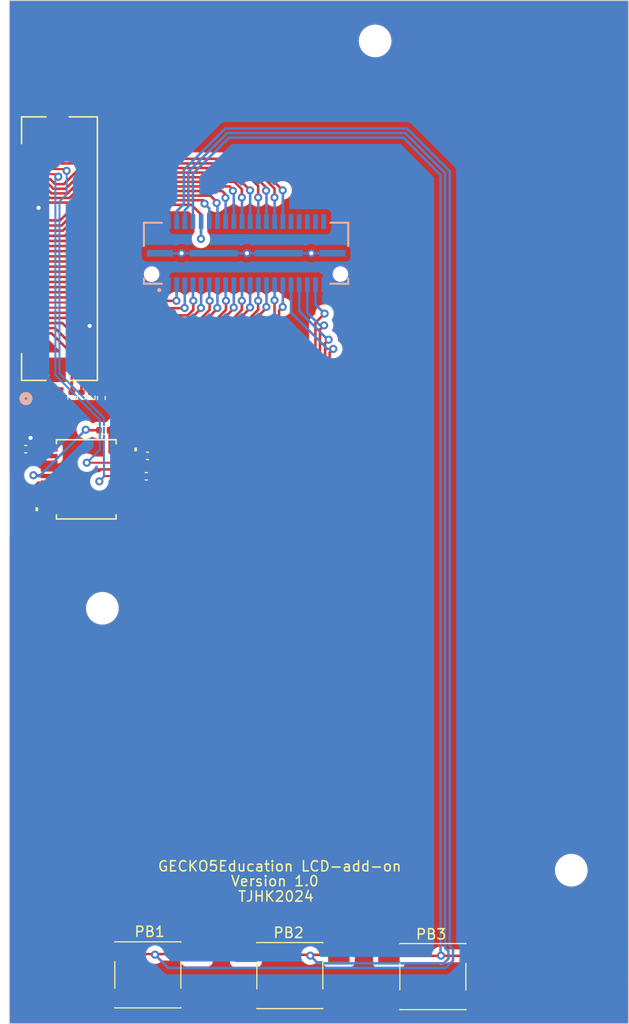
<source format=kicad_pcb>
(kicad_pcb (version 20221018) (generator pcbnew)
  (layers (0 "F.Cu" signal) (31 "B.Cu" signal) (34 "B.Paste" user) (35 "F.Paste" user) (36 "B.SilkS" user "B.Silkscreen") (37 "F.SilkS" user "F.Silkscreen") (38 "B.Mask" user) (39 "F.Mask" user) (44 "Edge.Cuts" user))
  (net 0 "")
  (net 1 "+3.3V")
  (net 2 "GND")
  (net 6 "IMO")
  (net 7 "FMARK")
  (net 8 "RESET")
  (net 9 "RS")
  (net 10 "CS")
  (net 11 "RD")
  (net 12 "WR")
  (net 13 "DB15")
  (net 14 "DB14")
  (net 15 "DB13")
  (net 16 "DB5")
  (net 17 "DB12")
  (net 18 "DB4")
  (net 19 "DB11")
  (net 20 "DB3")
  (net 21 "DB10")
  (net 22 "DB2")
  (net 23 "DB9")
  (net 24 "DB1")
  (net 25 "DB8")
  (net 26 "DB7")
  (net 27 "DB6")
  (net 28 "DB0")
  (net 29 "Net-(J2-Pin_4)")
  (net 30 "Net-(J2-Pin_5)")
  (net 31 "Net-(J2-Pin_6)")
  (net 32 "Net-(J2-Pin_7)")
  (net 33 "X-")
  (net 34 "Y-")
  (net 35 "Y+")
  (net 36 "X+")
  (net 37 "Net-(U1-WAKE)")
  (net 40 "M1")
  (net 41 "SIQ")
  (net 42 "SS")
  (net 43 "SDO")
  (net 44 "SCK{slash}SCL")
  (net 45 "SDI{slash}SDA")
  (net 48 "Net-(J1-Pad04)")
  (net 49 "Net-(J1-Pad06)")
  (net 50 "Net-(J1-Pad08)")
  (footprint "addOnTemplate:SSOP20_MC_MCH" (layer "F.Cu") (at 96.92 86.8)
    (fp_text reference "U1" hide)
    (fp_text value "AR1021-I/SS" hide)
  )
  (footprint "MountingHole:MountingHole_2.7mm_M2.5" (layer "F.Cu") (at 98.5 99.4)
    (fp_text reference "REF**" hide)
    (fp_text value "MountingHole_2.7mm_M2.5" hide)
  )
  (footprint "Capacitor_SMD:C_0402_1005Metric" (layer "F.Cu") (at 91 83.85 180)
    (fp_text reference "C3" hide)
    (fp_text value "100nF" hide)
  )
  (footprint "addOnTemplate:pushbutton" (layer "F.Cu") (at 103.2 135.43)
    (fp_text reference "SW1" hide)
    (fp_text value "SW_Push" hide)
  )
  (footprint "MountingHole:MountingHole_2.7mm_M2.5" (layer "F.Cu") (at 144.4 125)
    (fp_text reference "REF**" hide)
    (fp_text value "MountingHole_2.7mm_M2.5" hide)
  )
  (footprint "Resistor_SMD:R_0402_1005Metric" (layer "F.Cu") (at 95.5 78.8 90)
    (fp_text reference "R4" hide)
    (fp_text value "2E" hide)
  )
  (footprint "Resistor_SMD:R_0402_1005Metric" (layer "F.Cu") (at 97.4 78.81 90)
    (fp_text reference "R2" hide)
    (fp_text value "2E" hide)
  )
  (footprint "Resistor_SMD:R_0402_1005Metric" (layer "F.Cu") (at 96.45 78.8 90)
    (fp_text reference "R3" hide)
    (fp_text value "2E" hide)
  )
  (footprint "addOnTemplate:pushbutton" (layer "F.Cu") (at 117.1 135.5)
    (fp_text reference "SW2" hide)
    (fp_text value "SW_Push" hide)
  )
  (footprint "Resistor_SMD:R_0402_1005Metric" (layer "F.Cu") (at 98.68 82)
    (fp_text reference "R5" hide)
    (fp_text value "20k" hide)
  )
  (footprint "addOnTemplate:pushbutton" (layer "F.Cu") (at 131.1 135.6)
    (fp_text reference "SW3" hide)
    (fp_text value "SW_Push" hide)
  )
  (footprint "MountingHole:MountingHole_2.7mm_M2.5" (layer "F.Cu") (at 125.2 43.95)
    (fp_text reference "REF**" hide)
    (fp_text value "MountingHole_2.7mm_M2.5" hide)
  )
  (footprint "Capacitor_SMD:C_0402_1005Metric" (layer "F.Cu") (at 102.8 86.5)
    (fp_text reference "C2" hide)
    (fp_text value "10pF" hide)
  )
  (footprint "mseAddOn:CONN_62684-402100ALF_AMP" (layer "F.Cu") (at 94.3 64.25 90)
    (fp_text reference "J2" hide)
    (fp_text value "62684-402100ALF" hide)
  )
  (footprint "Capacitor_SMD:C_0402_1005Metric" (layer "F.Cu") (at 102.92 84.5)
    (fp_text reference "C1" hide)
    (fp_text value "10pF" hide)
  )
  (footprint "Resistor_SMD:R_0402_1005Metric" (layer "F.Cu") (at 98.4 78.85 90)
    (fp_text reference "R1" hide)
    (fp_text value "2E" hide)
  )
  (footprint "addOnTemplate:SAMTEC_QTE-020-01-X-D-A" (layer "B.Cu") (at 112.565 64.7)
    (fp_text reference "J1" hide)
    (fp_text value "QTE-020-01-F-D-A" hide)
  )
  (gr_rect (start 89.4 40) (end 150 140) (stroke (width 0.1)) (fill none) (layer "Edge.Cuts"))
  (gr_text "TJHK2024" (at 111.7 128.15) (layer "F.SilkS") (effects (font (size 1 1)) (justify left bottom)))
  (gr_text "PB3\n" (at 129.1 131.85) (layer "F.SilkS") (effects (font (size 1 1)) (justify left bottom)))
  (gr_text "PB2\n" (at 115.15 131.7) (layer "F.SilkS") (effects (font (size 1 1)) (justify left bottom)))
  (gr_text "PB1" (at 101.55 131.6) (layer "F.SilkS") (effects (font (size 1 1)) (justify left bottom)))
  (gr_text "Version 1.0" (at 111 126.65) (layer "F.SilkS") (effects (font (size 1 1)) (justify left bottom)))
  (gr_text "GECKO5Education LCD-add-on\n" (at 103.85 125.2) (layer "F.SilkS") (effects (font (size 1 1)) (justify left bottom)))
  (segment (start 91.9717 59.985975) (end 92.25 60.264275) (width 0.25) (layer "F.Cu") (net 1))
  (segment (start 91.48 82.76) (end 91.47 82.75) (width 0.25) (layer "F.Cu") (net 1))
  (segment (start 95.970625 70.520625) (end 91.0186 70.520625) (width 0.25) (layer "F.Cu") (net 1))
  (segment (start 91.505 83.875) (end 91.48 83.85) (width 0.25) (layer "F.Cu") (net 1))
  (segment (start 91.48 83.85) (end 91.48 82.76) (width 0.25) (layer "F.Cu") (net 1))
  (segment (start 97.25 71.8) (end 95.970625 70.520625) (width 0.25) (layer "F.Cu") (net 1))
  (segment (start 91.0186 59.985975) (end 91.9717 59.985975) (width 0.25) (layer "F.Cu") (net 1))
  (segment (start 93.2878 83.875) (end 91.505 83.875) (width 0.25) (layer "F.Cu") (net 1))
  (via (at 91.47 82.75) (size 0.8) (drill 0.4) (layers "F.Cu" "B.Cu") (net 1))
  (via (at 97.25 71.8) (size 0.8) (drill 0.4) (layers "F.Cu" "B.Cu") (net 1))
  (via (at 92.25 60.264275) (size 0.8) (drill 0.4) (layers "F.Cu" "B.Cu") (net 1))
  (segment (start 100.5522 85.825001) (end 101.694999 85.825001) (width 0.25) (layer "F.Cu") (net 2))
  (segment (start 101.694999 85.825001) (end 101.97 85.55) (width 0.25) (layer "F.Cu") (net 2))
  (segment (start 104.824998 87.775002) (end 104.95 87.65) (width 0.25) (layer "F.Cu") (net 2))
  (segment (start 93.2878 87.774999) (end 95.374999 87.774999) (width 0.25) (layer "F.Cu") (net 2))
  (segment (start 102.9 87.775002) (end 105.824998 87.775002) (width 0.25) (layer "F.Cu") (net 2))
  (segment (start 99.124998 87.775002) (end 98.5 88.4) (width 0.25) (layer "F.Cu") (net 2))
  (segment (start 91.0186 60.989275) (end 89.710725 60.989275) (width 0.25) (layer "F.Cu") (net 2))
  (segment (start 102.9 87.775002) (end 104.824998 87.775002) (width 0.25) (layer "F.Cu") (net 2))
  (segment (start 89.7 61) (end 89.710725 60.989275) (width 0.25) (layer "F.Cu") (net 2))
  (segment (start 100.5522 87.775002) (end 99.124998 87.775002) (width 0.25) (layer "F.Cu") (net 2))
  (segment (start 97.874999 85.825001) (end 97.65 86.05) (width 0.25) (layer "F.Cu") (net 2))
  (segment (start 100.5522 85.825001) (end 97.874999 85.825001) (width 0.25) (layer "F.Cu") (net 2))
  (segment (start 100.5522 87.775002) (end 102.9 87.775002) (width 0.25) (layer "F.Cu") (net 2))
  (segment (start 105.824998 87.775002) (end 106.05 87.55) (width 0.25) (layer "F.Cu") (net 2))
  (segment (start 95.374999 87.774999) (end 95.45 87.85) (width 0.25) (layer "F.Cu") (net 2))
  (via (at 112.65 64.7) (size 0.8) (drill 0.4) (layers "F.Cu" "B.Cu") (net 2))
  (via (at 106.25 64.7) (size 0.8) (drill 0.4) (layers "F.Cu" "B.Cu") (net 2))
  (via (at 118.95 64.7) (size 0.8) (drill 0.4) (layers "F.Cu" "B.Cu") (net 2))
  (segment (start 104.12 64.7) (end 121.01 64.7) (width 0.25) (layer "B.Cu") (net 2))
  (segment (start 113.071125 55.471125) (end 116.15 58.55) (width 0.25) (layer "F.Cu") (net 6))
  (segment (start 91.0186 55.471125) (end 113.071125 55.471125) (width 0.25) (layer "F.Cu") (net 6))
  (via (at 116.15 58.55) (size 0.8) (drill 0.4) (layers "F.Cu" "B.Cu") (net 6))
  (segment (start 116.165 61.61) (end 116.165 58.565) (width 0.25) (layer "B.Cu") (net 6))
  (segment (start 116.165 58.565) (end 116.15 58.55) (width 0.25) (layer "B.Cu") (net 6))
  (segment (start 91.88885 55.972775) (end 91.0186 55.972775) (width 0.25) (layer "F.Cu") (net 7))
  (segment (start 115.35 59.25) (end 115.35 58.386396) (width 0.25) (layer "F.Cu") (net 7))
  (segment (start 115.35 58.386396) (end 112.884729 55.921125) (width 0.25) (layer "F.Cu") (net 7))
  (segment (start 91.9405 55.921125) (end 91.88885 55.972775) (width 0.25) (layer "F.Cu") (net 7))
  (segment (start 112.884729 55.921125) (end 91.9405 55.921125) (width 0.25) (layer "F.Cu") (net 7))
  (via (at 115.35 59.25) (size 0.8) (drill 0.4) (layers "F.Cu" "B.Cu") (net 7))
  (segment (start 115.365 61.61) (end 115.365 59.265) (width 0.25) (layer "B.Cu") (net 7))
  (segment (start 115.365 59.265) (end 115.35 59.25) (width 0.25) (layer "B.Cu") (net 7))
  (segment (start 114.55 58.55) (end 114.519149 58.580851) (width 0.25) (layer "F.Cu") (net 8))
  (segment (start 93.885128 57.95) (end 94.72143 57.95) (width 0.25) (layer "F.Cu") (net 8))
  (segment (start 91.0186 57.477725) (end 93.412853 57.477725) (width 0.25) (layer "F.Cu") (net 8))
  (segment (start 96.25 56.42143) (end 96.25 56.4) (width 0.25) (layer "F.Cu") (net 8))
  (segment (start 96.25 56.4) (end 96.278875 56.371125) (width 0.25) (layer "F.Cu") (net 8))
  (segment (start 112.621125 56.371125) (end 114.55 58.3) (width 0.25) (layer "F.Cu") (net 8))
  (segment (start 114.55 58.3) (end 114.55 58.55) (width 0.25) (layer "F.Cu") (net 8))
  (segment (start 93.412853 57.477725) (end 93.885128 57.95) (width 0.25) (layer "F.Cu") (net 8))
  (segment (start 96.278875 56.371125) (end 112.621125 56.371125) (width 0.25) (layer "F.Cu") (net 8))
  (segment (start 94.72143 57.95) (end 96.25 56.42143) (width 0.25) (layer "F.Cu") (net 8))
  (via (at 114.519149 58.580851) (size 0.8) (drill 0.4) (layers "F.Cu" "B.Cu") (net 8))
  (segment (start 114.565 58.626702) (end 114.519149 58.580851) (width 0.25) (layer "B.Cu") (net 8))
  (segment (start 114.565 61.61) (end 114.565 58.626702) (width 0.25) (layer "B.Cu") (net 8))
  (segment (start 96.486701 56.821125) (end 112.434729 56.821125) (width 0.25) (layer "F.Cu") (net 9))
  (segment (start 93.698732 58.4) (end 94.907826 58.4) (width 0.25) (layer "F.Cu") (net 9))
  (segment (start 113.75 58.136396) (end 113.75 59.25) (width 0.25) (layer "F.Cu") (net 9))
  (segment (start 94.907826 58.4) (end 96.486701 56.821125) (width 0.25) (layer "F.Cu") (net 9))
  (segment (start 112.434729 56.821125) (end 113.75 58.136396) (width 0.25) (layer "F.Cu") (net 9))
  (segment (start 93.278107 57.979375) (end 93.698732 58.4) (width 0.25) (layer "F.Cu") (net 9))
  (segment (start 91.0186 57.979375) (end 93.278107 57.979375) (width 0.25) (layer "F.Cu") (net 9))
  (via (at 113.75 59.25) (size 0.8) (drill 0.4) (layers "F.Cu" "B.Cu") (net 9))
  (segment (start 113.765 59.265) (end 113.75 59.25) (width 0.25) (layer "B.Cu") (net 9))
  (segment (start 113.765 61.61) (end 113.765 59.265) (width 0.25) (layer "B.Cu") (net 9))
  (segment (start 96.673097 57.271125) (end 95.094222 58.85) (width 0.25) (layer "F.Cu") (net 10))
  (segment (start 112.95 58.55) (end 111.671125 57.271125) (width 0.25) (layer "F.Cu") (net 10))
  (segment (start 95.094222 58.85) (end 93.512336 58.85) (width 0.25) (layer "F.Cu") (net 10))
  (segment (start 111.671125 57.271125) (end 96.673097 57.271125) (width 0.25) (layer "F.Cu") (net 10))
  (segment (start 93.512336 58.85) (end 93.143361 58.481025) (width 0.25) (layer "F.Cu") (net 10))
  (segment (start 93.143361 58.481025) (end 91.0186 58.481025) (width 0.25) (layer "F.Cu") (net 10))
  (via (at 112.95 58.55) (size 0.8) (drill 0.4) (layers "F.Cu" "B.Cu") (net 10))
  (segment (start 112.965 61.61) (end 112.965 58.565) (width 0.25) (layer "B.Cu") (net 10))
  (segment (start 112.965 58.565) (end 112.95 58.55) (width 0.25) (layer "B.Cu") (net 10))
  (segment (start 111.421125 57.721125) (end 96.859493 57.721125) (width 0.25) (layer "F.Cu") (net 11))
  (segment (start 112.15 58.45) (end 111.421125 57.721125) (width 0.25) (layer "F.Cu") (net 11))
  (segment (start 96.859493 57.721125) (end 95.280618 59.3) (width 0.25) (layer "F.Cu") (net 11))
  (segment (start 93.32594 59.3) (end 93.008615 58.982675) (width 0.25) (layer "F.Cu") (net 11))
  (segment (start 95.280618 59.3) (end 93.32594 59.3) (width 0.25) (layer "F.Cu") (net 11))
  (segment (start 112.15 59.25) (end 112.15 58.45) (width 0.25) (layer "F.Cu") (net 11))
  (segment (start 93.008615 58.982675) (end 91.0186 58.982675) (width 0.25) (layer "F.Cu") (net 11))
  (via (at 112.15 59.25) (size 0.8) (drill 0.4) (layers "F.Cu" "B.Cu") (net 11))
  (segment (start 112.165 59.265) (end 112.15 59.25) (width 0.25) (layer "B.Cu") (net 11))
  (segment (start 112.165 61.61) (end 112.165 59.265) (width 0.25) (layer "B.Cu") (net 11))
  (segment (start 93.139544 59.75) (end 92.873869 59.484325) (width 0.25) (layer "F.Cu") (net 12))
  (segment (start 111.274847 58.474847) (end 110.971125 58.171125) (width 0.25) (layer "F.Cu") (net 12))
  (segment (start 92.873869 59.484325) (end 91.0186 59.484325) (width 0.25) (layer "F.Cu") (net 12))
  (segment (start 111.274847 58.600153) (end 111.274847 58.474847) (width 0.25) (layer "F.Cu") (net 12))
  (segment (start 110.971125 58.171125) (end 97.045889 58.171125) (width 0.25) (layer "F.Cu") (net 12))
  (segment (start 97.045889 58.171125) (end 95.467014 59.75) (width 0.25) (layer "F.Cu") (net 12))
  (segment (start 95.467014 59.75) (end 93.139544 59.75) (width 0.25) (layer "F.Cu") (net 12))
  (via (at 111.274847 58.600153) (size 0.8) (drill 0.4) (layers "F.Cu" "B.Cu") (net 12))
  (segment (start 111.365 58.690306) (end 111.365 61.61) (width 0.25) (layer "B.Cu") (net 12))
  (segment (start 111.274847 58.600153) (end 111.365 58.690306) (width 0.25) (layer "B.Cu") (net 12))
  (segment (start 110.544983 59.283748) (end 110.544983 58.944983) (width 0.25) (layer "F.Cu") (net 13))
  (segment (start 94.362485 61.490925) (end 91.0186 61.490925) (width 0.25) (layer "F.Cu") (net 13))
  (segment (start 97.232285 58.621125) (end 94.362485 61.490925) (width 0.25) (layer "F.Cu") (net 13))
  (segment (start 110.544983 58.944983) (end 110.221125 58.621125) (width 0.25) (layer "F.Cu") (net 13))
  (segment (start 110.221125 58.621125) (end 97.232285 58.621125) (width 0.25) (layer "F.Cu") (net 13))
  (via (at 110.544983 59.283748) (size 0.8) (drill 0.4) (layers "F.Cu" "B.Cu") (net 13))
  (segment (start 110.565 61.61) (end 110.565 59.265) (width 0.25) (layer "B.Cu") (net 13))
  (segment (start 110.565 59.265) (end 110.55 59.25) (width 0.25) (layer "B.Cu") (net 13))
  (segment (start 110.55 59.25) (end 110.544983 59.255017) (width 0.25) (layer "B.Cu") (net 13))
  (segment (start 110.544983 59.255017) (end 110.544983 59.283748) (width 0.25) (layer "B.Cu") (net 13))
  (segment (start 94.497231 61.992575) (end 97.418681 59.071125) (width 0.25) (layer "F.Cu") (net 14))
  (segment (start 109.75 59.75) (end 109.710347 59.789653) (width 0.25) (layer "F.Cu") (net 14))
  (segment (start 109.710347 59.789653) (end 109.68239 59.789653) (width 0.25) (layer "F.Cu") (net 14))
  (segment (start 91.0186 61.992575) (end 94.497231 61.992575) (width 0.25) (layer "F.Cu") (net 14))
  (segment (start 97.418681 59.071125) (end 109.071125 59.071125) (width 0.25) (layer "F.Cu") (net 14))
  (segment (start 109.071125 59.071125) (end 109.75 59.75) (width 0.25) (layer "F.Cu") (net 14))
  (via (at 109.68239 59.789653) (size 0.8) (drill 0.4) (layers "F.Cu" "B.Cu") (net 14))
  (segment (start 109.765 59.872263) (end 109.68239 59.789653) (width 0.25) (layer "B.Cu") (net 14))
  (segment (start 109.765 61.61) (end 109.765 59.872263) (width 0.25) (layer "B.Cu") (net 14))
  (segment (start 108.5 59.85) (end 108.5 59.65) (width 0.25) (layer "F.Cu") (net 15))
  (segment (start 94.631977 62.494225) (end 91.0186 62.494225) (width 0.25) (layer "F.Cu") (net 15))
  (segment (start 108.371125 59.521125) (end 97.605077 59.521125) (width 0.25) (layer "F.Cu") (net 15))
  (segment (start 108.5 59.65) (end 108.371125 59.521125) (width 0.25) (layer "F.Cu") (net 15))
  (segment (start 97.605077 59.521125) (end 94.631977 62.494225) (width 0.25) (layer "F.Cu") (net 15))
  (via (at 108.5 59.85) (size 0.8) (drill 0.4) (layers "F.Cu" "B.Cu") (net 15))
  (segment (start 108.965 60.315) (end 108.5 59.85) (width 0.25) (layer "B.Cu") (net 15))
  (segment (start 108.965 61.61) (end 108.965 60.315) (width 0.25) (layer "B.Cu") (net 15))
  (segment (start 114.55 69.95) (end 114.55 70.061701) (width 0.25) (layer "F.Cu") (net 16))
  (segment (start 103.024644 74.825) (end 97.215319 69.015675) (width 0.25) (layer "F.Cu") (net 16))
  (segment (start 97.215319 69.015675) (end 91.0186 69.015675) (width 0.25) (layer "F.Cu") (net 16))
  (segment (start 114.55 70.061701) (end 109.786701 74.825) (width 0.25) (layer "F.Cu") (net 16))
  (segment (start 109.786701 74.825) (end 103.024644 74.825) (width 0.25) (layer "F.Cu") (net 16))
  (via (at 114.55 69.95) (size 0.8) (drill 0.4) (layers "F.Cu" "B.Cu") (net 16))
  (segment (start 114.565 69.935) (end 114.55 69.95) (width 0.25) (layer "B.Cu") (net 16))
  (segment (start 114.565 67.79) (end 114.565 69.935) (width 0.25) (layer "B.Cu") (net 16))
  (segment (start 94.82525 62.995875) (end 91.0186 62.995875) (width 0.25) (layer "F.Cu") (net 17))
  (segment (start 108.15 63.3) (end 108.15 60.9) (width 0.25) (layer "F.Cu") (net 17))
  (segment (start 107.221125 59.971125) (end 97.85 59.971125) (width 0.25) (layer "F.Cu") (net 17))
  (segment (start 97.85 59.971125) (end 94.82525 62.995875) (width 0.25) (layer "F.Cu") (net 17))
  (segment (start 108.15 60.9) (end 107.221125 59.971125) (width 0.25) (layer "F.Cu") (net 17))
  (via (at 108.15 63.3) (size 0.8) (drill 0.4) (layers "F.Cu" "B.Cu") (net 17))
  (segment (start 108.165 63.285) (end 108.15 63.3) (width 0.25) (layer "B.Cu") (net 17))
  (segment (start 108.165 61.61) (end 108.165 63.285) (width 0.25) (layer "B.Cu") (net 17))
  (segment (start 91.0186 68.514025) (end 97.350065 68.514025) (width 0.25) (layer "F.Cu") (net 18))
  (segment (start 97.350065 68.514025) (end 103.21104 74.375) (width 0.25) (layer "F.Cu") (net 18))
  (segment (start 109.600305 74.375) (end 113.75 70.225305) (width 0.25) (layer "F.Cu") (net 18))
  (segment (start 113.75 70.225305) (end 113.75 69.35) (width 0.25) (layer "F.Cu") (net 18))
  (segment (start 103.21104 74.375) (end 109.600305 74.375) (width 0.25) (layer "F.Cu") (net 18))
  (via (at 113.75 69.35) (size 0.8) (drill 0.4) (layers "F.Cu" "B.Cu") (net 18))
  (segment (start 113.765 67.79) (end 113.765 69.335) (width 0.25) (layer "B.Cu") (net 18))
  (segment (start 113.765 69.335) (end 113.75 69.35) (width 0.25) (layer "B.Cu") (net 18))
  (segment (start 98.697525 63.497525) (end 104.55 69.35) (width 0.25) (layer "F.Cu") (net 19))
  (segment (start 104.55 69.35) (end 105.75 69.35) (width 0.25) (layer "F.Cu") (net 19))
  (segment (start 91.0186 63.497525) (end 98.697525 63.497525) (width 0.25) (layer "F.Cu") (net 19))
  (via (at 105.75 69.35) (size 0.8) (drill 0.4) (layers "F.Cu" "B.Cu") (net 19))
  (segment (start 105.765 69.335) (end 105.75 69.35) (width 0.25) (layer "B.Cu") (net 19))
  (segment (start 105.765 67.79) (end 105.765 69.335) (width 0.25) (layer "B.Cu") (net 19))
  (segment (start 112.95 70) (end 112.95 70.072324) (width 0.25) (layer "F.Cu") (net 20))
  (segment (start 112.95 70.072324) (end 109.097324 73.925) (width 0.25) (layer "F.Cu") (net 20))
  (segment (start 97.484811 68.012375) (end 91.0186 68.012375) (width 0.25) (layer "F.Cu") (net 20))
  (segment (start 103.397436 73.925) (end 97.484811 68.012375) (width 0.25) (layer "F.Cu") (net 20))
  (segment (start 109.097324 73.925) (end 103.397436 73.925) (width 0.25) (layer "F.Cu") (net 20))
  (via (at 112.95 70) (size 0.8) (drill 0.4) (layers "F.Cu" "B.Cu") (net 20))
  (segment (start 112.965 69.985) (end 112.95 70) (width 0.25) (layer "B.Cu") (net 20))
  (segment (start 112.965 67.79) (end 112.965 69.985) (width 0.25) (layer "B.Cu") (net 20))
  (segment (start 106.55 70.05) (end 106.525 70.075) (width 0.25) (layer "F.Cu") (net 21))
  (segment (start 98.562779 63.999175) (end 91.0186 63.999175) (width 0.25) (layer "F.Cu") (net 21))
  (segment (start 104.638604 70.075) (end 98.562779 63.999175) (width 0.25) (layer "F.Cu") (net 21))
  (segment (start 106.525 70.075) (end 104.638604 70.075) (width 0.25) (layer "F.Cu") (net 21))
  (via (at 106.55 70.05) (size 0.8) (drill 0.4) (layers "F.Cu" "B.Cu") (net 21))
  (segment (start 106.565 70.035) (end 106.55 70.05) (width 0.25) (layer "B.Cu") (net 21))
  (segment (start 106.565 67.79) (end 106.565 70.035) (width 0.25) (layer "B.Cu") (net 21))
  (segment (start 108.910928 73.475) (end 112.15 70.235928) (width 0.25) (layer "F.Cu") (net 22))
  (segment (start 91.0186 67.510725) (end 97.619557 67.510725) (width 0.25) (layer "F.Cu") (net 22))
  (segment (start 103.583832 73.475) (end 108.910928 73.475) (width 0.25) (layer "F.Cu") (net 22))
  (segment (start 112.15 70.235928) (end 112.15 69.35) (width 0.25) (layer "F.Cu") (net 22))
  (segment (start 97.619557 67.510725) (end 103.583832 73.475) (width 0.25) (layer "F.Cu") (net 22))
  (via (at 112.15 69.35) (size 0.8) (drill 0.4) (layers "F.Cu" "B.Cu") (net 22))
  (segment (start 112.165 69.335) (end 112.15 69.35) (width 0.25) (layer "B.Cu") (net 22))
  (segment (start 112.165 67.79) (end 112.165 69.335) (width 0.25) (layer "B.Cu") (net 22))
  (segment (start 106.850305 70.775) (end 107.4 70.225305) (width 0.25) (layer "F.Cu") (net 23))
  (segment (start 104.702208 70.775) (end 106.850305 70.775) (width 0.25) (layer "F.Cu") (net 23))
  (segment (start 91.0186 64.500825) (end 98.428033 64.500825) (width 0.25) (layer "F.Cu") (net 23))
  (segment (start 98.428033 64.500825) (end 104.702208 70.775) (width 0.25) (layer "F.Cu") (net 23))
  (segment (start 107.4 70.225305) (end 107.4 69.35) (width 0.25) (layer "F.Cu") (net 23))
  (via (at 107.4 69.35) (size 0.8) (drill 0.4) (layers "F.Cu" "B.Cu") (net 23))
  (segment (start 107.365 67.79) (end 107.365 69.315) (width 0.25) (layer "B.Cu") (net 23))
  (segment (start 107.365 69.315) (end 107.4 69.35) (width 0.25) (layer "B.Cu") (net 23))
  (segment (start 111.355691 70.10601) (end 108.436701 73.025) (width 0.25) (layer "F.Cu") (net 24))
  (segment (start 97.754303 67.009075) (end 91.0186 67.009075) (width 0.25) (layer "F.Cu") (net 24))
  (segment (start 111.355691 70.004932) (end 111.355691 70.10601) (width 0.25) (layer "F.Cu") (net 24))
  (segment (start 103.770228 73.025) (end 97.754303 67.009075) (width 0.25) (layer "F.Cu") (net 24))
  (segment (start 108.436701 73.025) (end 103.770228 73.025) (width 0.25) (layer "F.Cu") (net 24))
  (via (at 111.355691 70.004932) (size 0.8) (drill 0.4) (layers "F.Cu" "B.Cu") (net 24))
  (segment (start 111.354932 70.004932) (end 111.355691 70.004932) (width 0.25) (layer "B.Cu") (net 24))
  (segment (start 111.365 67.79) (end 111.365 69.985) (width 0.25) (layer "B.Cu") (net 24))
  (segment (start 111.35 70) (end 111.354932 70.004932) (width 0.25) (layer "B.Cu") (net 24))
  (segment (start 111.365 69.985) (end 111.35 70) (width 0.25) (layer "B.Cu") (net 24))
  (segment (start 104.515812 71.225) (end 98.293287 65.002475) (width 0.25) (layer "F.Cu") (net 25))
  (segment (start 107.036701 71.225) (end 104.515812 71.225) (width 0.25) (layer "F.Cu") (net 25))
  (segment (start 108.15 70.05) (end 108.15 70.111701) (width 0.25) (layer "F.Cu") (net 25))
  (segment (start 98.293287 65.002475) (end 91.0186 65.002475) (width 0.25) (layer "F.Cu") (net 25))
  (segment (start 108.15 70.111701) (end 107.036701 71.225) (width 0.25) (layer "F.Cu") (net 25))
  (via (at 108.15 70.05) (size 0.8) (drill 0.4) (layers "F.Cu" "B.Cu") (net 25))
  (segment (start 108.165 70.035) (end 108.15 70.05) (width 0.25) (layer "B.Cu") (net 25))
  (segment (start 108.165 67.79) (end 108.165 70.035) (width 0.25) (layer "B.Cu") (net 25))
  (segment (start 98.158541 65.504125) (end 104.329416 71.675) (width 0.25) (layer "F.Cu") (net 26))
  (segment (start 109 70.225305) (end 109 69.35) (width 0.25) (layer "F.Cu") (net 26))
  (segment (start 107.550305 71.675) (end 109 70.225305) (width 0.25) (layer "F.Cu") (net 26))
  (segment (start 104.329416 71.675) (end 107.550305 71.675) (width 0.25) (layer "F.Cu") (net 26))
  (segment (start 91.0186 65.504125) (end 98.158541 65.504125) (width 0.25) (layer "F.Cu") (net 26))
  (via (at 109 69.35) (size 0.8) (drill 0.4) (layers "F.Cu" "B.Cu") (net 26))
  (segment (start 108.965 69.315) (end 109 69.35) (width 0.25) (layer "B.Cu") (net 26))
  (segment (start 108.965 67.79) (end 108.965 69.315) (width 0.25) (layer "B.Cu") (net 26))
  (segment (start 104.14302 72.125) (end 98.023795 66.005775) (width 0.25) (layer "F.Cu") (net 27))
  (segment (start 109.75 70.111701) (end 107.736701 72.125) (width 0.25) (layer "F.Cu") (net 27))
  (segment (start 109.75 70.05) (end 109.75 70.111701) (width 0.25) (layer "F.Cu") (net 27))
  (segment (start 98.023795 66.005775) (end 91.0186 66.005775) (width 0.25) (layer "F.Cu") (net 27))
  (segment (start 107.736701 72.125) (end 104.14302 72.125) (width 0.25) (layer "F.Cu") (net 27))
  (via (at 109.75 70.05) (size 0.8) (drill 0.4) (layers "F.Cu" "B.Cu") (net 27))
  (segment (start 109.765 70.035) (end 109.75 70.05) (width 0.25) (layer "B.Cu") (net 27))
  (segment (start 109.765 67.79) (end 109.765 70.035) (width 0.25) (layer "B.Cu") (net 27))
  (segment (start 108.250305 72.575) (end 110.6 70.225305) (width 0.25) (layer "F.Cu") (net 28))
  (segment (start 110.6 70.225305) (end 110.6 69.35) (width 0.25) (layer "F.Cu") (net 28))
  (segment (start 97.889049 66.507425) (end 103.956624 72.575) (width 0.25) (layer "F.Cu") (net 28))
  (segment (start 103.956624 72.575) (end 108.250305 72.575) (width 0.25) (layer "F.Cu") (net 28))
  (segment (start 91.0186 66.507425) (end 97.889049 66.507425) (width 0.25) (layer "F.Cu") (net 28))
  (via (at 110.6 69.35) (size 0.8) (drill 0.4) (layers "F.Cu" "B.Cu") (net 28))
  (segment (start 110.565 67.79) (end 110.565 69.315) (width 0.25) (layer "B.Cu") (net 28))
  (segment (start 110.565 69.315) (end 110.6 69.35) (width 0.25) (layer "B.Cu") (net 28))
  (segment (start 93.527225 72.527225) (end 91.0186 72.527225) (width 0.25) (layer "F.Cu") (net 29))
  (segment (start 95.5 78.29) (end 95.5 74.5) (width 0.25) (layer "F.Cu") (net 29))
  (segment (start 95.5 74.5) (end 93.527225 72.527225) (width 0.25) (layer "F.Cu") (net 29))
  (segment (start 96.45 78.29) (end 96.45 74.6) (width 0.25) (layer "F.Cu") (net 30))
  (segment (start 93.875575 72.025575) (end 91.0186 72.025575) (width 0.25) (layer "F.Cu") (net 30))
  (segment (start 96.45 74.6) (end 93.875575 72.025575) (width 0.25) (layer "F.Cu") (net 30))
  (segment (start 97.4 78.3) (end 97.4 74.35) (width 0.25) (layer "F.Cu") (net 31))
  (segment (start 97.4 74.35) (end 94.573925 71.523925) (width 0.25) (layer "F.Cu") (net 31))
  (segment (start 94.573925 71.523925) (end 91.0186 71.523925) (width 0.25) (layer "F.Cu") (net 31))
  (segment (start 95.372275 71.022275) (end 91.0186 71.022275) (width 0.25) (layer "F.Cu") (net 32))
  (segment (start 98.4 74.05) (end 95.372275 71.022275) (width 0.25) (layer "F.Cu") (net 32))
  (segment (start 98.4 78.34) (end 98.4 74.05) (width 0.25) (layer "F.Cu") (net 32))
  (segment (start 91.0186 70.018975) (end 96.708925 70.018975) (width 0.2) (layer "F.Cu") (net 33))
  (segment (start 100.25 80.7) (end 99.19 81.76) (width 0.2) (layer "F.Cu") (net 33))
  (segment (start 100.577201 84.5) (end 100.5522 84.525001) (width 0.2) (layer "F.Cu") (net 33))
  (segment (start 100.2 73.51005) (end 100.2 80.65) (width 0.2) (layer "F.Cu") (net 33))
  (segment (start 99.19 81.76) (end 99.19 82) (width 0.2) (layer "F.Cu") (net 33))
  (segment (start 100.2 80.65) (end 100.25 80.7) (width 0.2) (layer "F.Cu") (net 33))
  (segment (start 100.5522 84.525001) (end 99.545001 84.525001) (width 0.2) (layer "F.Cu") (net 33))
  (segment (start 99.545001 84.525001) (end 99.19 84.17) (width 0.2) (layer "F.Cu") (net 33))
  (segment (start 102.44 84.5) (end 100.577201 84.5) (width 0.2) (layer "F.Cu") (net 33))
  (segment (start 96.708925 70.018975) (end 100.2 73.51005) (width 0.2) (layer "F.Cu") (net 33))
  (segment (start 99.19 84.17) (end 99.19 82.1) (width 0.2) (layer "F.Cu") (net 33))
  (segment (start 95.000781 56.645344) (end 94.829862 56.474425) (width 0.2) (layer "F.Cu") (net 34))
  (segment (start 100.577198 86.5) (end 100.5522 86.475002) (width 0.2) (layer "F.Cu") (net 34))
  (segment (start 98.724998 86.475002) (end 98.2 87) (width 0.2) (layer "F.Cu") (net 34))
  (segment (start 100.5522 86.475002) (end 98.724998 86.475002) (width 0.2) (layer "F.Cu") (net 34))
  (segment (start 102.32 86.5) (end 100.577198 86.5) (width 0.2) (layer "F.Cu") (net 34))
  (segment (start 94.829862 56.474425) (end 91.0186 56.474425) (width 0.2) (layer "F.Cu") (net 34))
  (via (at 95.000781 56.645344) (size 0.8) (drill 0.4) (layers "F.Cu" "B.Cu") (net 34))
  (via (at 98.2 87) (size 0.8) (drill 0.4) (layers "F.Cu" "B.Cu") (net 34))
  (segment (start 94.3 76.45) (end 98.65 80.8) (width 0.2) (layer "B.Cu") (net 34))
  (segment (start 95.000781 58.949219) (end 94.3 59.65) (width 0.2) (layer "B.Cu") (net 34))
  (segment (start 94.3 59.65) (end 94.3 76.45) (width 0.2) (layer "B.Cu") (net 34))
  (segment (start 98.65 86.55) (end 98.2 87) (width 0.2) (layer "B.Cu") (net 34))
  (segment (start 95.000781 56.645344) (end 95.000781 58.949219) (width 0.2) (layer "B.Cu") (net 34))
  (segment (start 98.65 80.8) (end 98.65 86.55) (width 0.2) (layer "B.Cu") (net 34))
  (segment (start 103.974999 87.125001) (end 100.5522 87.125001) (width 0.2) (layer "F.Cu") (net 35))
  (segment (start 105.25 77.95) (end 105.25 85.85) (width 0.2) (layer "F.Cu") (net 35))
  (segment (start 91.0186 69.517325) (end 96.817325 69.517325) (width 0.2) (layer "F.Cu") (net 35))
  (segment (start 96.817325 69.517325) (end 105.25 77.95) (width 0.2) (layer "F.Cu") (net 35))
  (segment (start 105.25 85.85) (end 103.974999 87.125001) (width 0.2) (layer "F.Cu") (net 35))
  (segment (start 91.0186 56.976075) (end 93.936508 56.976075) (width 0.2) (layer "F.Cu") (net 36))
  (segment (start 96.975002 85.175002) (end 96.975 85.175) (width 0.2) (layer "F.Cu") (net 36))
  (segment (start 100.5522 85.175002) (end 96.975002 85.175002) (width 0.2) (layer "F.Cu") (net 36))
  (via (at 96.975 85.175) (size 0.8) (drill 0.4) (layers "F.Cu" "B.Cu") (net 36))
  (via (at 94.185433 57.225) (size 0.8) (drill 0.4) (layers "F.Cu" "B.Cu") (net 36))
  (segment (start 93.9 76.615686) (end 98.25 80.965686) (width 0.2) (layer "B.Cu") (net 36))
  (segment (start 94.185433 57.225) (end 94.025 57.225) (width 0.2) (layer "B.Cu") (net 36))
  (segment (start 94.434358 56.976075) (end 94.185433 57.225) (width 0.2) (layer "B.Cu") (net 36))
  (segment (start 93.9 57.35) (end 93.9 76.615686) (width 0.2) (layer "B.Cu") (net 36))
  (segment (start 98.25 80.965686) (end 98.25 83.9) (width 0.2) (layer "B.Cu") (net 36))
  (segment (start 94.025 57.225) (end 93.9 57.35) (width 0.2) (layer "B.Cu") (net 36))
  (segment (start 96.975 85.175) (end 98.25 83.9) (width 0.2) (layer "B.Cu") (net 36))
  (segment (start 98.17 82) (end 96.92 82) (width 0.25) (layer "F.Cu") (net 37))
  (segment (start 91.75 86.4) (end 91.824999 86.474999) (width 0.25) (layer "F.Cu") (net 37))
  (segment (start 91.824999 86.474999) (end 93.2878 86.474999) (width 0.25) (layer "F.Cu") (net 37))
  (segment (start 96.92 82) (end 96.87 81.95) (width 0.25) (layer "F.Cu") (net 37))
  (via (at 96.87 81.95) (size 0.8) (drill 0.4) (layers "F.Cu" "B.Cu") (net 37))
  (via (at 91.75 86.4) (size 0.8) (drill 0.4) (layers "F.Cu" "B.Cu") (net 37))
  (segment (start 91.75 86.4) (end 92.42 86.4) (width 0.25) (layer "B.Cu") (net 37))
  (segment (start 92.42 86.4) (end 96.87 81.95) (width 0.25) (layer "B.Cu") (net 37))
  (segment (start 92.602208 94.35) (end 109.15 94.35) (width 0.25) (layer "F.Cu") (net 40))
  (segment (start 93.2878 84.525001) (end 92.2123 84.525001) (width 0.25) (layer "F.Cu") (net 40))
  (segment (start 92.2123 84.525001) (end 90.1 86.637301) (width 0.25) (layer "F.Cu") (net 40))
  (segment (start 90.1 86.637301) (end 90.1 91.847792) (width 0.25) (layer "F.Cu") (net 40))
  (segment (start 90.1 91.847792) (end 92.602208 94.35) (width 0.25) (layer "F.Cu") (net 40))
  (segment (start 120.75 74.4) (end 121.1 74.05) (width 0.25) (layer "F.Cu") (net 40))
  (segment (start 109.15 94.35) (end 120.75 82.75) (width 0.25) (layer "F.Cu") (net 40))
  (segment (start 120.75 82.75) (end 120.75 74.4) (width 0.25) (layer "F.Cu") (net 40))
  (via (at 121.1 74.05) (size 0.8) (drill 0.4) (layers "F.Cu" "B.Cu") (net 40))
  (segment (start 116.965 67.79) (end 116.965 70.490305) (width 0.25) (layer "B.Cu") (net 40))
  (segment (start 120.524695 74.05) (end 121.1 74.05) (width 0.25) (layer "B.Cu") (net 40))
  (segment (start 116.965 70.490305) (end 120.524695 74.05) (width 0.25) (layer "B.Cu") (net 40))
  (segment (start 120.65 73.15) (end 120.3 73.5) (width 0.25) (layer "F.Cu") (net 41))
  (segment (start 90.55 91.661396) (end 90.55 88.787298) (width 0.25) (layer "F.Cu") (net 41))
  (segment (start 90.55 88.787298) (end 92.2123 87.124998) (width 0.25) (layer "F.Cu") (net 41))
  (segment (start 120.3 73.5) (end 120.3 82.536396) (width 0.25) (layer "F.Cu") (net 41))
  (segment (start 108.936396 93.9) (end 92.788604 93.9) (width 0.25) (layer "F.Cu") (net 41))
  (segment (start 120.3 82.536396) (end 108.936396 93.9) (width 0.25) (layer "F.Cu") (net 41))
  (segment (start 92.788604 93.9) (end 90.55 91.661396) (width 0.25) (layer "F.Cu") (net 41))
  (segment (start 92.2123 87.124998) (end 93.2878 87.124998) (width 0.25) (layer "F.Cu") (net 41))
  (via (at 120.65 73.15) (size 0.8) (drill 0.4) (layers "F.Cu" "B.Cu") (net 41))
  (segment (start 120.563604 73.15) (end 120.65 73.15) (width 0.25) (layer "B.Cu") (net 41))
  (segment (start 117.765 70.351396) (end 120.563604 73.15) (width 0.25) (layer "B.Cu") (net 41))
  (segment (start 117.765 67.79) (end 117.765 70.351396) (width 0.25) (layer "B.Cu") (net 41))
  (segment (start 92.975 93.45) (end 108.75 93.45) (width 0.25) (layer "F.Cu") (net 42))
  (segment (start 119.8 72.15) (end 120.2 71.75) (width 0.25) (layer "F.Cu") (net 42))
  (segment (start 91 91.475) (end 92.975 93.45) (width 0.25) (layer "F.Cu") (net 42))
  (segment (start 119.8 82.4) (end 119.8 72.15) (width 0.25) (layer "F.Cu") (net 42))
  (segment (start 93.2878 88.424998) (end 91.838606 88.424998) (width 0.25) (layer "F.Cu") (net 42))
  (segment (start 108.75 93.45) (end 119.8 82.4) (width 0.25) (layer "F.Cu") (net 42))
  (segment (start 91 89.263604) (end 91 91.475) (width 0.25) (layer "F.Cu") (net 42))
  (segment (start 91.838606 88.424998) (end 91 89.263604) (width 0.25) (layer "F.Cu") (net 42))
  (via (at 120.2 71.75) (size 0.8) (drill 0.4) (layers "F.Cu" "B.Cu") (net 42))
  (segment (start 118.565 67.79) (end 118.565 70.515) (width 0.25) (layer "B.Cu") (net 42))
  (segment (start 118.565 70.515) (end 119.8 71.75) (width 0.25) (layer "B.Cu") (net 42))
  (segment (start 119.8 71.75) (end 120.2 71.75) (width 0.25) (layer "B.Cu") (net 42))
  (segment (start 93.161396 93) (end 91.45 91.288604) (width 0.25) (layer "F.Cu") (net 43))
  (segment (start 108.5 93) (end 93.161396 93) (width 0.25) (layer "F.Cu") (net 43))
  (segment (start 119.35 71.5) (end 119.35 82.15) (width 0.25) (layer "F.Cu") (net 43))
  (segment (start 120.25 70.6) (end 119.35 71.5) (width 0.25) (layer "F.Cu") (net 43))
  (segment (start 91.825001 89.074999) (end 93.2878 89.074999) (width 0.25) (layer "F.Cu") (net 43))
  (segment (start 91.45 89.45) (end 91.825001 89.074999) (width 0.25) (layer "F.Cu") (net 43))
  (segment (start 119.35 82.15) (end 108.5 93) (width 0.25) (layer "F.Cu") (net 43))
  (segment (start 91.45 91.288604) (end 91.45 89.45) (width 0.25) (layer "F.Cu") (net 43))
  (via (at 120.25 70.6) (size 0.8) (drill 0.4) (layers "F.Cu" "B.Cu") (net 43))
  (segment (start 119.365 69.715) (end 120.25 70.6) (width 0.25) (layer "B.Cu") (net 43))
  (segment (start 119.365 67.79) (end 119.365 69.715) (width 0.25) (layer "B.Cu") (net 43))
  (segment (start 103.05 88.9) (end 102.225 89.725) (width 0.25) (layer "F.Cu") (net 44))
  (segment (start 115.8 70.3) (end 115.8 79.536396) (width 0.25) (layer "F.Cu") (net 44))
  (segment (start 116.15 69.95) (end 115.8 70.3) (width 0.25) (layer "F.Cu") (net 44))
  (segment (start 106.436396 88.9) (end 103.05 88.9) (width 0.25) (layer "F.Cu") (net 44))
  (segment (start 102.225 89.725) (end 100.5522 89.725) (width 0.25) (layer "F.Cu") (net 44))
  (segment (start 115.8 79.536396) (end 106.436396 88.9) (width 0.25) (layer "F.Cu") (net 44))
  (via (at 116.15 69.95) (size 0.8) (drill 0.4) (layers "F.Cu" "B.Cu") (net 44))
  (segment (start 116.165 69.935) (end 116.15 69.95) (width 0.25) (layer "B.Cu") (net 44))
  (segment (start 116.165 67.79) (end 116.165 69.935) (width 0.25) (layer "B.Cu") (net 44))
  (segment (start 115.35 79.35) (end 115.35 69.3) (width 0.25) (layer "F.Cu") (net 45))
  (segment (start 106.274999 88.425001) (end 115.35 79.35) (width 0.25) (layer "F.Cu") (net 45))
  (segment (start 100.5522 88.425001) (end 106.274999 88.425001) (width 0.25) (layer "F.Cu") (net 45))
  (via (at 115.35 69.3) (size 0.8) (drill 0.4) (layers "F.Cu" "B.Cu") (net 45))
  (segment (start 115.365 67.79) (end 115.365 69.285) (width 0.25) (layer "B.Cu") (net 45))
  (segment (start 115.365 69.285) (end 115.35 69.3) (width 0.25) (layer "B.Cu") (net 45))
  (segment (start 98.65 133.2) (end 107.75 133.2) (width 0.25) (layer "F.Cu") (net 48))
  (via (at 103.65 133.25) (size 0.8) (drill 0.4) (layers "F.Cu" "B.Cu") (net 48))
  (segment (start 132.825 133.836701) (end 132.111701 134.55) (width 0.25) (layer "B.Cu") (net 48))
  (segment (start 132.5 56.677208) (end 132.5 132.4) (width 0.25) (layer "B.Cu") (net 48))
  (segment (start 128.322792 52.5) (end 132.5 56.677208) (width 0.25) (layer "B.Cu") (net 48))
  (segment (start 132.5 132.4) (end 132.825 132.725) (width 0.25) (layer "B.Cu") (net 48))
  (segment (start 104.95 134.55) (end 103.65 133.25) (width 0.25) (layer "B.Cu") (net 48))
  (segment (start 106.465 59.9) (end 106.465 56.562208) (width 0.25) (layer "B.Cu") (net 48))
  (segment (start 105.765 61.61) (end 105.765 60.6) (width 0.25) (layer "B.Cu") (net 48))
  (segment (start 132.825 132.725) (end 132.825 133.836701) (width 0.25) (layer "B.Cu") (net 48))
  (segment (start 110.527208 52.5) (end 128.322792 52.5) (width 0.25) (layer "B.Cu") (net 48))
  (segment (start 106.465 56.562208) (end 110.527208 52.5) (width 0.25) (layer "B.Cu") (net 48))
  (segment (start 105.765 60.6) (end 106.465 59.9) (width 0.25) (layer "B.Cu") (net 48))
  (segment (start 132.111701 134.55) (end 104.95 134.55) (width 0.25) (layer "B.Cu") (net 48))
  (segment (start 112.55 133.27) (end 121.65 133.27) (width 0.25) (layer "F.Cu") (net 49))
  (via (at 118.85 133.35) (size 0.8) (drill 0.4) (layers "F.Cu" "B.Cu") (net 49))
  (segment (start 132.375 132.925) (end 132.375 133.650305) (width 0.25) (layer "B.Cu") (net 49))
  (segment (start 131.925305 134.1) (end 119.6 134.1) (width 0.25) (layer "B.Cu") (net 49))
  (segment (start 119.6 134.1) (end 118.85 133.35) (width 0.25) (layer "B.Cu") (net 49))
  (segment (start 132.05 132.6) (end 132.375 132.925) (width 0.25) (layer "B.Cu") (net 49))
  (segment (start 128.136396 52.95) (end 132.05 56.863604) (width 0.25) (layer "B.Cu") (net 49))
  (segment (start 106.915 56.748604) (end 110.713604 52.95) (width 0.25) (layer "B.Cu") (net 49))
  (segment (start 132.05 56.863604) (end 132.05 132.6) (width 0.25) (layer "B.Cu") (net 49))
  (segment (start 106.565 61.61) (end 106.565 60.5) (width 0.25) (layer "B.Cu") (net 49))
  (segment (start 132.375 133.650305) (end 131.925305 134.1) (width 0.25) (layer "B.Cu") (net 49))
  (segment (start 106.915 60.15) (end 106.915 56.748604) (width 0.25) (layer "B.Cu") (net 49))
  (segment (start 110.713604 52.95) (end 128.136396 52.95) (width 0.25) (layer "B.Cu") (net 49))
  (segment (start 106.565 60.5) (end 106.915 60.15) (width 0.25) (layer "B.Cu") (net 49))
  (segment (start 126.55 133.37) (end 135.65 133.37) (width 0.25) (layer "F.Cu") (net 50))
  (via (at 131.65 133.35) (size 0.8) (drill 0.4) (layers "F.Cu" "B.Cu") (net 50))
  (segment (start 127.95 53.4) (end 131.6 57.05) (width 0.25) (layer "B.Cu") (net 50))
  (segment (start 107.365 61.61) (end 107.365 56.935) (width 0.25) (layer "B.Cu") (net 50))
  (segment (start 110.9 53.4) (end 127.95 53.4) (width 0.25) (layer "B.Cu") (net 50))
  (segment (start 107.365 56.935) (end 110.9 53.4) (width 0.25) (layer "B.Cu") (net 50))
  (segment (start 131.6 133.3) (end 131.65 133.35) (width 0.25) (layer "B.Cu") (net 50))
  (segment (start 131.6 57.05) (end 131.6 133.3) (width 0.25) (layer "B.Cu") (net 50))
  (zone (net 2) (net_name "GND") (layer "F.Cu") (connect_pads yes (clearance 0.5)) (min_thickness 0.25) (fill yes (thermal_gap 0.5) (thermal_bridge_width 0.5))
    (polygon (pts (xy 89.45 40) (xy 150 40) (xy 150 140) (xy 89.45 139.95)))
  )
  (zone (net 1) (net_name "+3.3V") (layer "B.Cu") (priority 1) (connect_pads yes (clearance 0.5)) (min_thickness 0.25) (fill yes (thermal_gap 0.5) (thermal_bridge_width 0.5))
    (polygon (pts (xy 89.45 39.95) (xy 150 40) (xy 149.95 140) (xy 89.45 140)))
  )
)
</source>
